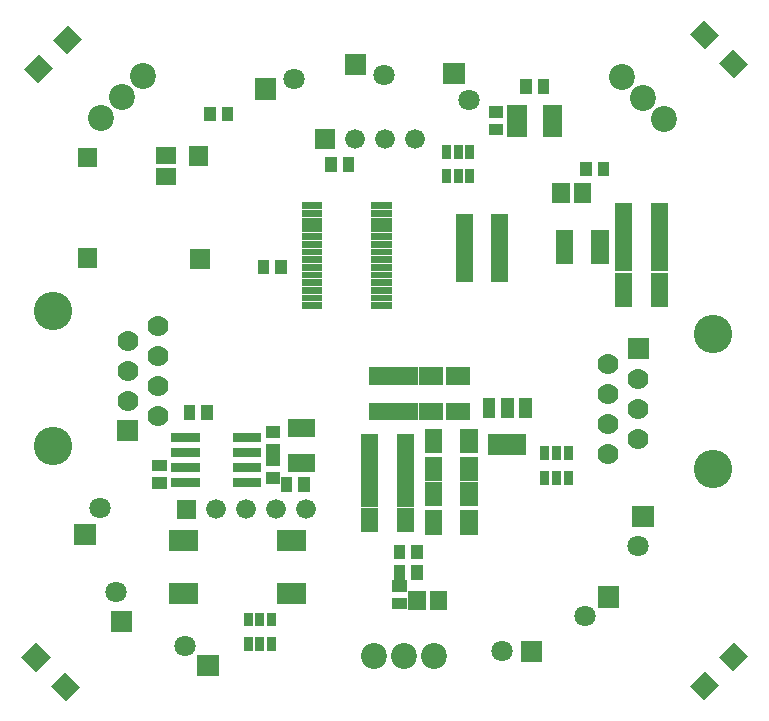
<source format=gbr>
G04 start of page 12 for group -4063 idx -4063 *
G04 Title: (unknown), componentmask *
G04 Creator: pcb 20100929 *
G04 CreationDate: Mon 18 Oct 2010 20:02:07 GMT UTC *
G04 For: alex *
G04 Format: Gerber/RS-274X *
G04 PCB-Dimensions: 253937 234252 *
G04 PCB-Coordinate-Origin: lower left *
%MOIN*%
%FSLAX25Y25*%
%LNFRONTMASK*%
%ADD11C,0.0200*%
%ADD38C,0.1280*%
%ADD45C,0.0710*%
%ADD46C,0.0866*%
%ADD47C,0.0660*%
%ADD48C,0.0700*%
%ADD49R,0.0382X0.0382*%
%ADD50R,0.0572X0.0572*%
%ADD51R,0.0300X0.0300*%
%ADD52R,0.0700X0.0700*%
%ADD53R,0.0430X0.0430*%
%ADD54R,0.0670X0.0670*%
%ADD55R,0.0660X0.0660*%
%ADD56R,0.0230X0.0230*%
%ADD57R,0.0590X0.0590*%
G54D11*G36*
X23222Y63787D02*Y56687D01*
X30322D01*
Y63787D01*
X23222D01*
G37*
G54D45*X31772Y68897D03*
G54D11*G36*
X35427Y34653D02*Y27553D01*
X42527D01*
Y34653D01*
X35427D01*
G37*
G54D45*X37240Y40951D03*
G54D11*G36*
X172041Y24810D02*Y17710D01*
X179141D01*
Y24810D01*
X172041D01*
G37*
G54D45*X165591Y21260D03*
G54D46*X143229Y19490D03*
X133229D03*
X123229D03*
G54D45*X193521Y32943D03*
G54D11*G36*
X57250Y71803D02*Y65203D01*
X63850D01*
Y71803D01*
X57250D01*
G37*
G54D45*X60057Y22964D03*
G54D47*X70550Y68503D03*
G54D11*G36*
X64167Y20086D02*Y12986D01*
X71267D01*
Y20086D01*
X64167D01*
G37*
G54D47*X80550Y68503D03*
X90550D03*
X100550D03*
G54D11*G36*
X209210Y69697D02*Y62597D01*
X216310D01*
Y69697D01*
X209210D01*
G37*
G54D45*X211024Y56300D03*
G54D48*X201182Y87087D03*
Y97087D03*
G54D11*G36*
X197632Y42921D02*Y35821D01*
X204732D01*
Y42921D01*
X197632D01*
G37*
G54D48*X211182Y92087D03*
G54D38*X236182Y82087D03*
G54D48*X201182Y107087D03*
Y117087D03*
X211182Y112087D03*
G54D11*G36*
X207682Y125587D02*Y118587D01*
X214682D01*
Y125587D01*
X207682D01*
G37*
G54D38*X236182Y127087D03*
G54D48*X211182Y102087D03*
G54D11*G36*
X103417Y195269D02*Y188669D01*
X110017D01*
Y195269D01*
X103417D01*
G37*
G54D47*X116717Y191969D03*
X126717D03*
X136717D03*
G54D11*G36*
X113431Y220357D02*Y213257D01*
X120531D01*
Y220357D01*
X113431D01*
G37*
G54D45*X126378Y213386D03*
G54D11*G36*
X83458Y212212D02*Y205112D01*
X90558D01*
Y212212D01*
X83458D01*
G37*
G54D45*X96405Y212082D03*
G54D11*G36*
X146175Y217329D02*Y210229D01*
X153275D01*
Y217329D01*
X146175D01*
G37*
G54D45*X154725Y205119D03*
G54D46*X205741Y212764D03*
X212812Y205693D03*
X219883Y198622D03*
G54D11*G36*
X61267Y189520D02*Y182920D01*
X67867D01*
Y189520D01*
X61267D01*
G37*
G36*
X61661Y155269D02*Y148669D01*
X68261D01*
Y155269D01*
X61661D01*
G37*
G54D46*X31920Y198850D03*
X38991Y205921D03*
X46063Y212993D03*
G54D11*G36*
X24260Y189127D02*Y182527D01*
X30860D01*
Y189127D01*
X24260D01*
G37*
G36*
X24259Y155663D02*Y149063D01*
X30859D01*
Y155663D01*
X24259D01*
G37*
G54D38*X15945Y134804D03*
G54D48*X50945Y129804D03*
X40945Y124804D03*
X50945Y109804D03*
X40945Y104804D03*
Y114804D03*
G54D11*G36*
X37445Y98304D02*Y91304D01*
X44445D01*
Y98304D01*
X37445D01*
G37*
G54D48*X50945Y99804D03*
G54D38*X15945Y89804D03*
G54D48*X50945Y119804D03*
G54D49*X131103Y37080D02*X132071D01*
X131103Y42914D02*X132071D01*
G54D50*X144487Y38582D02*Y37796D01*
X137401Y38582D02*Y37796D01*
G54D49*Y48033D02*Y47065D01*
X131567Y48033D02*Y47065D01*
G54D11*G36*
X238098Y19417D02*X243118Y24419D01*
X247842Y19678D01*
X242822Y14676D01*
X238098Y19417D01*
G37*
G36*
X228355Y9674D02*X233374Y14675D01*
X238098Y9934D01*
X233079Y4933D01*
X228355Y9674D01*
G37*
G36*
X239769Y13284D02*X239797Y13255D01*
X239769Y13284D01*
G37*
G54D51*X81103Y24422D02*Y22822D01*
X85003Y24422D02*Y22822D01*
Y32622D02*Y31022D01*
X81103Y32622D02*Y31022D01*
G54D52*X58267Y40551D02*X61023D01*
X94094D02*X96850D01*
X58267Y58268D02*X61023D01*
X94094D02*X96850D01*
G54D51*X88903Y24422D02*Y22822D01*
Y32622D02*Y31022D01*
G54D11*G36*
X19997Y14461D02*X25008Y9449D01*
X20276Y4717D01*
X15264Y9728D01*
X19997Y14461D01*
G37*
G36*
X10254Y24204D02*X15264Y19193D01*
X10532Y14461D01*
X5521Y19471D01*
X10254Y24204D01*
G37*
G36*
X13845Y12762D02*X13873Y12790D01*
X13845Y12762D01*
G37*
G54D50*X154724Y83072D02*Y80710D01*
Y92521D02*Y90159D01*
X142914Y92521D02*Y90159D01*
G54D51*X187758Y88122D02*Y86522D01*
X183858Y88122D02*Y86522D01*
X179958Y88122D02*Y86522D01*
Y79922D02*Y78322D01*
X183858Y79922D02*Y78322D01*
X187758Y79922D02*Y78322D01*
G54D53*X173623Y103563D02*Y101163D01*
G54D50*X150001Y101181D02*X152363D01*
G54D53*X167523Y103563D02*Y101163D01*
X161423Y103563D02*Y101163D01*
G54D54*X164523Y90163D02*X170523D01*
G54D50*X124410Y112992D02*X126772D01*
X124410Y101182D02*X126772D01*
X132676Y112991D02*X135038D01*
X132676Y101181D02*X135038D01*
X150001Y112991D02*X152363D01*
X154724Y65356D02*Y62994D01*
Y74805D02*Y72443D01*
X142914Y65356D02*Y62994D01*
G54D49*X137401Y54906D02*Y53938D01*
X131567Y54906D02*Y53938D01*
G54D50*X142914Y74805D02*Y72443D01*
G54D51*X147245Y180328D02*Y178728D01*
X151145Y180328D02*Y178728D01*
X155045Y180328D02*Y178728D01*
Y188528D02*Y186928D01*
X151145Y188528D02*Y186928D01*
X147245Y188528D02*Y186928D01*
G54D55*X182577Y200087D02*Y195851D01*
G54D49*X179528Y210024D02*Y209056D01*
X173694Y210024D02*Y209056D01*
G54D55*X170857Y200087D02*Y195851D01*
G54D49*X163296Y195115D02*X164264D01*
X163296Y200949D02*X164264D01*
X108800Y183953D02*Y182985D01*
X114634Y183953D02*Y182985D01*
G54D56*X100119Y169684D02*X104725D01*
X100119Y167125D02*X104725D01*
X100119Y164566D02*X104725D01*
X100119Y162007D02*X104725D01*
X100119Y159448D02*X104725D01*
X100119Y156889D02*X104725D01*
X100119Y154330D02*X104725D01*
X100119Y151772D02*X104725D01*
X100119Y149213D02*X104725D01*
X100119Y146654D02*X104725D01*
X100119Y144095D02*X104725D01*
X100119Y141536D02*X104725D01*
X100119Y138977D02*X104725D01*
X100119Y136418D02*X104725D01*
X123347D02*X127953D01*
X123347Y138977D02*X127953D01*
X123347Y141536D02*X127953D01*
X123347Y144095D02*X127953D01*
X123347Y146654D02*X127953D01*
G54D49*X193773Y182465D02*Y181497D01*
X199607Y182465D02*Y181497D01*
G54D11*G36*
X233063Y231703D02*X238083Y226701D01*
X233359Y221960D01*
X228339Y226962D01*
X233063Y231703D01*
G37*
G36*
X242816Y221960D02*X247826Y216949D01*
X243094Y212217D01*
X238083Y217227D01*
X242816Y221960D01*
G37*
G36*
X239475Y223629D02*X239504Y223658D01*
X239475Y223629D01*
G37*
G54D50*X185434Y174410D02*Y173624D01*
X192520Y174410D02*Y173624D01*
X206300Y167716D02*Y162206D01*
Y144487D02*Y138977D01*
X218110Y144487D02*Y138977D01*
X206301Y156300D02*Y150790D01*
X218111Y156300D02*Y150790D01*
X218110Y167716D02*Y162206D01*
X186616Y158661D02*Y153151D01*
X198426Y158661D02*Y153151D01*
G54D56*X123347Y149213D02*X127953D01*
X123347Y151772D02*X127953D01*
X123347Y154330D02*X127953D01*
X123347Y156889D02*X127953D01*
X123347Y159448D02*X127953D01*
X123347Y162007D02*X127953D01*
X123347Y164566D02*X127953D01*
X123347Y167125D02*X127953D01*
X123347Y169684D02*X127953D01*
G54D50*X153150Y152755D02*Y147245D01*
X164960Y152755D02*Y147245D01*
X153150Y164174D02*Y158664D01*
X164960Y164174D02*Y158664D01*
X142914Y83072D02*Y80710D01*
X121655Y90945D02*Y88583D01*
X133465Y74410D02*Y72048D01*
Y82677D02*Y80315D01*
X133464Y66142D02*Y63780D01*
X133465Y90945D02*Y88583D01*
X140944Y112991D02*X143306D01*
X140944Y101181D02*X143306D01*
X121655Y74410D02*Y72048D01*
X121654Y66142D02*Y63780D01*
X121655Y82677D02*Y80315D01*
G54D49*X67484Y101272D02*Y100304D01*
G54D57*X97219Y95564D02*X100419D01*
X97219Y83964D02*X100419D01*
G54D49*X88886Y88422D02*X89854D01*
X88887Y84807D02*X89855D01*
X88887Y78973D02*X89855D01*
X93933Y77256D02*Y76288D01*
X99767Y77256D02*Y76288D01*
G54D51*X77473Y77540D02*X83973D01*
X77473Y82540D02*X83973D01*
X77473Y87540D02*X83973D01*
X77473Y92540D02*X83973D01*
G54D50*X53324Y179426D02*X54110D01*
G54D49*X68344Y200879D02*Y199911D01*
X74178Y200879D02*Y199911D01*
G54D50*X53324Y186512D02*X54110D01*
G54D11*G36*
X6292Y215355D02*X11303Y220366D01*
X16035Y215633D01*
X11025Y210623D01*
X6292Y215355D01*
G37*
G36*
X16036Y225108D02*X21055Y230109D01*
X25779Y225368D01*
X20760Y220367D01*
X16036Y225108D01*
G37*
G36*
X14338Y221786D02*X14366Y221757D01*
X14338Y221786D01*
G37*
G54D49*X88886Y94256D02*X89854D01*
X92055Y149787D02*Y148819D01*
X61650Y101272D02*Y100304D01*
X51091Y77399D02*X52059D01*
X51091Y83233D02*X52059D01*
G54D51*X56973Y92540D02*X63473D01*
X56973Y87540D02*X63473D01*
X56973Y82540D02*X63473D01*
X56973Y77540D02*X63473D01*
G54D49*X86221Y149787D02*Y148819D01*
M02*

</source>
